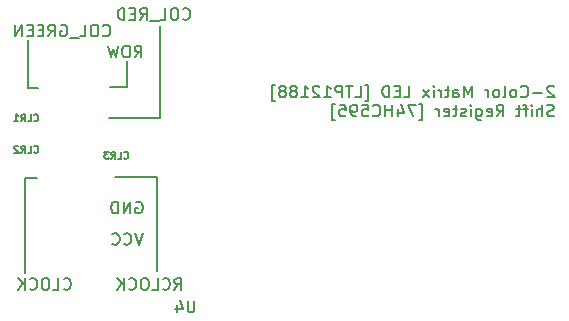
<source format=gbr>
%TF.GenerationSoftware,KiCad,Pcbnew,(6.0.9)*%
%TF.CreationDate,2023-03-11T18:38:12+09:00*%
%TF.ProjectId,Pmod_Matrix2,506d6f64-5f4d-4617-9472-6978322e6b69,rev?*%
%TF.SameCoordinates,Original*%
%TF.FileFunction,Legend,Bot*%
%TF.FilePolarity,Positive*%
%FSLAX46Y46*%
G04 Gerber Fmt 4.6, Leading zero omitted, Abs format (unit mm)*
G04 Created by KiCad (PCBNEW (6.0.9)) date 2023-03-11 18:38:12*
%MOMM*%
%LPD*%
G01*
G04 APERTURE LIST*
%ADD10C,0.150000*%
G04 APERTURE END LIST*
D10*
X146778023Y-93230619D02*
X146730404Y-93183000D01*
X146635166Y-93135380D01*
X146397071Y-93135380D01*
X146301833Y-93183000D01*
X146254214Y-93230619D01*
X146206595Y-93325857D01*
X146206595Y-93421095D01*
X146254214Y-93563952D01*
X146825642Y-94135380D01*
X146206595Y-94135380D01*
X145778023Y-93754428D02*
X145016119Y-93754428D01*
X143968500Y-94040142D02*
X144016119Y-94087761D01*
X144158976Y-94135380D01*
X144254214Y-94135380D01*
X144397071Y-94087761D01*
X144492309Y-93992523D01*
X144539928Y-93897285D01*
X144587547Y-93706809D01*
X144587547Y-93563952D01*
X144539928Y-93373476D01*
X144492309Y-93278238D01*
X144397071Y-93183000D01*
X144254214Y-93135380D01*
X144158976Y-93135380D01*
X144016119Y-93183000D01*
X143968500Y-93230619D01*
X143397071Y-94135380D02*
X143492309Y-94087761D01*
X143539928Y-94040142D01*
X143587547Y-93944904D01*
X143587547Y-93659190D01*
X143539928Y-93563952D01*
X143492309Y-93516333D01*
X143397071Y-93468714D01*
X143254214Y-93468714D01*
X143158976Y-93516333D01*
X143111357Y-93563952D01*
X143063738Y-93659190D01*
X143063738Y-93944904D01*
X143111357Y-94040142D01*
X143158976Y-94087761D01*
X143254214Y-94135380D01*
X143397071Y-94135380D01*
X142492309Y-94135380D02*
X142587547Y-94087761D01*
X142635166Y-93992523D01*
X142635166Y-93135380D01*
X141968500Y-94135380D02*
X142063738Y-94087761D01*
X142111357Y-94040142D01*
X142158976Y-93944904D01*
X142158976Y-93659190D01*
X142111357Y-93563952D01*
X142063738Y-93516333D01*
X141968500Y-93468714D01*
X141825642Y-93468714D01*
X141730404Y-93516333D01*
X141682785Y-93563952D01*
X141635166Y-93659190D01*
X141635166Y-93944904D01*
X141682785Y-94040142D01*
X141730404Y-94087761D01*
X141825642Y-94135380D01*
X141968500Y-94135380D01*
X141206595Y-94135380D02*
X141206595Y-93468714D01*
X141206595Y-93659190D02*
X141158976Y-93563952D01*
X141111357Y-93516333D01*
X141016119Y-93468714D01*
X140920880Y-93468714D01*
X139825642Y-94135380D02*
X139825642Y-93135380D01*
X139492309Y-93849666D01*
X139158976Y-93135380D01*
X139158976Y-94135380D01*
X138254214Y-94135380D02*
X138254214Y-93611571D01*
X138301833Y-93516333D01*
X138397071Y-93468714D01*
X138587547Y-93468714D01*
X138682785Y-93516333D01*
X138254214Y-94087761D02*
X138349452Y-94135380D01*
X138587547Y-94135380D01*
X138682785Y-94087761D01*
X138730404Y-93992523D01*
X138730404Y-93897285D01*
X138682785Y-93802047D01*
X138587547Y-93754428D01*
X138349452Y-93754428D01*
X138254214Y-93706809D01*
X137920880Y-93468714D02*
X137539928Y-93468714D01*
X137778023Y-93135380D02*
X137778023Y-93992523D01*
X137730404Y-94087761D01*
X137635166Y-94135380D01*
X137539928Y-94135380D01*
X137206595Y-94135380D02*
X137206595Y-93468714D01*
X137206595Y-93659190D02*
X137158976Y-93563952D01*
X137111357Y-93516333D01*
X137016119Y-93468714D01*
X136920880Y-93468714D01*
X136587547Y-94135380D02*
X136587547Y-93468714D01*
X136587547Y-93135380D02*
X136635166Y-93183000D01*
X136587547Y-93230619D01*
X136539928Y-93183000D01*
X136587547Y-93135380D01*
X136587547Y-93230619D01*
X136206595Y-94135380D02*
X135682785Y-93468714D01*
X136206595Y-93468714D02*
X135682785Y-94135380D01*
X134063738Y-94135380D02*
X134539928Y-94135380D01*
X134539928Y-93135380D01*
X133730404Y-93611571D02*
X133397071Y-93611571D01*
X133254214Y-94135380D02*
X133730404Y-94135380D01*
X133730404Y-93135380D01*
X133254214Y-93135380D01*
X132825642Y-94135380D02*
X132825642Y-93135380D01*
X132587547Y-93135380D01*
X132444690Y-93183000D01*
X132349452Y-93278238D01*
X132301833Y-93373476D01*
X132254214Y-93563952D01*
X132254214Y-93706809D01*
X132301833Y-93897285D01*
X132349452Y-93992523D01*
X132444690Y-94087761D01*
X132587547Y-94135380D01*
X132825642Y-94135380D01*
X130778023Y-94468714D02*
X131016119Y-94468714D01*
X131016119Y-93040142D01*
X130778023Y-93040142D01*
X129920880Y-94135380D02*
X130397071Y-94135380D01*
X130397071Y-93135380D01*
X129730404Y-93135380D02*
X129158976Y-93135380D01*
X129444690Y-94135380D02*
X129444690Y-93135380D01*
X128825642Y-94135380D02*
X128825642Y-93135380D01*
X128444690Y-93135380D01*
X128349452Y-93183000D01*
X128301833Y-93230619D01*
X128254214Y-93325857D01*
X128254214Y-93468714D01*
X128301833Y-93563952D01*
X128349452Y-93611571D01*
X128444690Y-93659190D01*
X128825642Y-93659190D01*
X127301833Y-94135380D02*
X127873261Y-94135380D01*
X127587547Y-94135380D02*
X127587547Y-93135380D01*
X127682785Y-93278238D01*
X127778023Y-93373476D01*
X127873261Y-93421095D01*
X126920880Y-93230619D02*
X126873261Y-93183000D01*
X126778023Y-93135380D01*
X126539928Y-93135380D01*
X126444690Y-93183000D01*
X126397071Y-93230619D01*
X126349452Y-93325857D01*
X126349452Y-93421095D01*
X126397071Y-93563952D01*
X126968500Y-94135380D01*
X126349452Y-94135380D01*
X125397071Y-94135380D02*
X125968500Y-94135380D01*
X125682785Y-94135380D02*
X125682785Y-93135380D01*
X125778023Y-93278238D01*
X125873261Y-93373476D01*
X125968500Y-93421095D01*
X124825642Y-93563952D02*
X124920880Y-93516333D01*
X124968500Y-93468714D01*
X125016119Y-93373476D01*
X125016119Y-93325857D01*
X124968500Y-93230619D01*
X124920880Y-93183000D01*
X124825642Y-93135380D01*
X124635166Y-93135380D01*
X124539928Y-93183000D01*
X124492309Y-93230619D01*
X124444690Y-93325857D01*
X124444690Y-93373476D01*
X124492309Y-93468714D01*
X124539928Y-93516333D01*
X124635166Y-93563952D01*
X124825642Y-93563952D01*
X124920880Y-93611571D01*
X124968500Y-93659190D01*
X125016119Y-93754428D01*
X125016119Y-93944904D01*
X124968500Y-94040142D01*
X124920880Y-94087761D01*
X124825642Y-94135380D01*
X124635166Y-94135380D01*
X124539928Y-94087761D01*
X124492309Y-94040142D01*
X124444690Y-93944904D01*
X124444690Y-93754428D01*
X124492309Y-93659190D01*
X124539928Y-93611571D01*
X124635166Y-93563952D01*
X123873261Y-93563952D02*
X123968500Y-93516333D01*
X124016119Y-93468714D01*
X124063738Y-93373476D01*
X124063738Y-93325857D01*
X124016119Y-93230619D01*
X123968500Y-93183000D01*
X123873261Y-93135380D01*
X123682785Y-93135380D01*
X123587547Y-93183000D01*
X123539928Y-93230619D01*
X123492309Y-93325857D01*
X123492309Y-93373476D01*
X123539928Y-93468714D01*
X123587547Y-93516333D01*
X123682785Y-93563952D01*
X123873261Y-93563952D01*
X123968500Y-93611571D01*
X124016119Y-93659190D01*
X124063738Y-93754428D01*
X124063738Y-93944904D01*
X124016119Y-94040142D01*
X123968500Y-94087761D01*
X123873261Y-94135380D01*
X123682785Y-94135380D01*
X123587547Y-94087761D01*
X123539928Y-94040142D01*
X123492309Y-93944904D01*
X123492309Y-93754428D01*
X123539928Y-93659190D01*
X123587547Y-93611571D01*
X123682785Y-93563952D01*
X123158976Y-94468714D02*
X122920880Y-94468714D01*
X122920880Y-93040142D01*
X123158976Y-93040142D01*
X146778023Y-95697761D02*
X146635166Y-95745380D01*
X146397071Y-95745380D01*
X146301833Y-95697761D01*
X146254214Y-95650142D01*
X146206595Y-95554904D01*
X146206595Y-95459666D01*
X146254214Y-95364428D01*
X146301833Y-95316809D01*
X146397071Y-95269190D01*
X146587547Y-95221571D01*
X146682785Y-95173952D01*
X146730404Y-95126333D01*
X146778023Y-95031095D01*
X146778023Y-94935857D01*
X146730404Y-94840619D01*
X146682785Y-94793000D01*
X146587547Y-94745380D01*
X146349452Y-94745380D01*
X146206595Y-94793000D01*
X145778023Y-95745380D02*
X145778023Y-94745380D01*
X145349452Y-95745380D02*
X145349452Y-95221571D01*
X145397071Y-95126333D01*
X145492309Y-95078714D01*
X145635166Y-95078714D01*
X145730404Y-95126333D01*
X145778023Y-95173952D01*
X144873261Y-95745380D02*
X144873261Y-95078714D01*
X144873261Y-94745380D02*
X144920880Y-94793000D01*
X144873261Y-94840619D01*
X144825642Y-94793000D01*
X144873261Y-94745380D01*
X144873261Y-94840619D01*
X144539928Y-95078714D02*
X144158976Y-95078714D01*
X144397071Y-95745380D02*
X144397071Y-94888238D01*
X144349452Y-94793000D01*
X144254214Y-94745380D01*
X144158976Y-94745380D01*
X143968500Y-95078714D02*
X143587547Y-95078714D01*
X143825642Y-94745380D02*
X143825642Y-95602523D01*
X143778023Y-95697761D01*
X143682785Y-95745380D01*
X143587547Y-95745380D01*
X141920880Y-95745380D02*
X142254214Y-95269190D01*
X142492309Y-95745380D02*
X142492309Y-94745380D01*
X142111357Y-94745380D01*
X142016119Y-94793000D01*
X141968500Y-94840619D01*
X141920880Y-94935857D01*
X141920880Y-95078714D01*
X141968500Y-95173952D01*
X142016119Y-95221571D01*
X142111357Y-95269190D01*
X142492309Y-95269190D01*
X141111357Y-95697761D02*
X141206595Y-95745380D01*
X141397071Y-95745380D01*
X141492309Y-95697761D01*
X141539928Y-95602523D01*
X141539928Y-95221571D01*
X141492309Y-95126333D01*
X141397071Y-95078714D01*
X141206595Y-95078714D01*
X141111357Y-95126333D01*
X141063738Y-95221571D01*
X141063738Y-95316809D01*
X141539928Y-95412047D01*
X140206595Y-95078714D02*
X140206595Y-95888238D01*
X140254214Y-95983476D01*
X140301833Y-96031095D01*
X140397071Y-96078714D01*
X140539928Y-96078714D01*
X140635166Y-96031095D01*
X140206595Y-95697761D02*
X140301833Y-95745380D01*
X140492309Y-95745380D01*
X140587547Y-95697761D01*
X140635166Y-95650142D01*
X140682785Y-95554904D01*
X140682785Y-95269190D01*
X140635166Y-95173952D01*
X140587547Y-95126333D01*
X140492309Y-95078714D01*
X140301833Y-95078714D01*
X140206595Y-95126333D01*
X139730404Y-95745380D02*
X139730404Y-95078714D01*
X139730404Y-94745380D02*
X139778023Y-94793000D01*
X139730404Y-94840619D01*
X139682785Y-94793000D01*
X139730404Y-94745380D01*
X139730404Y-94840619D01*
X139301833Y-95697761D02*
X139206595Y-95745380D01*
X139016119Y-95745380D01*
X138920880Y-95697761D01*
X138873261Y-95602523D01*
X138873261Y-95554904D01*
X138920880Y-95459666D01*
X139016119Y-95412047D01*
X139158976Y-95412047D01*
X139254214Y-95364428D01*
X139301833Y-95269190D01*
X139301833Y-95221571D01*
X139254214Y-95126333D01*
X139158976Y-95078714D01*
X139016119Y-95078714D01*
X138920880Y-95126333D01*
X138587547Y-95078714D02*
X138206595Y-95078714D01*
X138444690Y-94745380D02*
X138444690Y-95602523D01*
X138397071Y-95697761D01*
X138301833Y-95745380D01*
X138206595Y-95745380D01*
X137492309Y-95697761D02*
X137587547Y-95745380D01*
X137778023Y-95745380D01*
X137873261Y-95697761D01*
X137920880Y-95602523D01*
X137920880Y-95221571D01*
X137873261Y-95126333D01*
X137778023Y-95078714D01*
X137587547Y-95078714D01*
X137492309Y-95126333D01*
X137444690Y-95221571D01*
X137444690Y-95316809D01*
X137920880Y-95412047D01*
X137016119Y-95745380D02*
X137016119Y-95078714D01*
X137016119Y-95269190D02*
X136968500Y-95173952D01*
X136920880Y-95126333D01*
X136825642Y-95078714D01*
X136730404Y-95078714D01*
X135349452Y-96078714D02*
X135587547Y-96078714D01*
X135587547Y-94650142D01*
X135349452Y-94650142D01*
X135063738Y-94745380D02*
X134397071Y-94745380D01*
X134825642Y-95745380D01*
X133587547Y-95078714D02*
X133587547Y-95745380D01*
X133825642Y-94697761D02*
X134063738Y-95412047D01*
X133444690Y-95412047D01*
X133063738Y-95745380D02*
X133063738Y-94745380D01*
X133063738Y-95221571D02*
X132492309Y-95221571D01*
X132492309Y-95745380D02*
X132492309Y-94745380D01*
X131444690Y-95650142D02*
X131492309Y-95697761D01*
X131635166Y-95745380D01*
X131730404Y-95745380D01*
X131873261Y-95697761D01*
X131968500Y-95602523D01*
X132016119Y-95507285D01*
X132063738Y-95316809D01*
X132063738Y-95173952D01*
X132016119Y-94983476D01*
X131968500Y-94888238D01*
X131873261Y-94793000D01*
X131730404Y-94745380D01*
X131635166Y-94745380D01*
X131492309Y-94793000D01*
X131444690Y-94840619D01*
X130539928Y-94745380D02*
X131016119Y-94745380D01*
X131063738Y-95221571D01*
X131016119Y-95173952D01*
X130920880Y-95126333D01*
X130682785Y-95126333D01*
X130587547Y-95173952D01*
X130539928Y-95221571D01*
X130492309Y-95316809D01*
X130492309Y-95554904D01*
X130539928Y-95650142D01*
X130587547Y-95697761D01*
X130682785Y-95745380D01*
X130920880Y-95745380D01*
X131016119Y-95697761D01*
X131063738Y-95650142D01*
X130016119Y-95745380D02*
X129825642Y-95745380D01*
X129730404Y-95697761D01*
X129682785Y-95650142D01*
X129587547Y-95507285D01*
X129539928Y-95316809D01*
X129539928Y-94935857D01*
X129587547Y-94840619D01*
X129635166Y-94793000D01*
X129730404Y-94745380D01*
X129920880Y-94745380D01*
X130016119Y-94793000D01*
X130063738Y-94840619D01*
X130111357Y-94935857D01*
X130111357Y-95173952D01*
X130063738Y-95269190D01*
X130016119Y-95316809D01*
X129920880Y-95364428D01*
X129730404Y-95364428D01*
X129635166Y-95316809D01*
X129587547Y-95269190D01*
X129539928Y-95173952D01*
X128635166Y-94745380D02*
X129111357Y-94745380D01*
X129158976Y-95221571D01*
X129111357Y-95173952D01*
X129016119Y-95126333D01*
X128778023Y-95126333D01*
X128682785Y-95173952D01*
X128635166Y-95221571D01*
X128587547Y-95316809D01*
X128587547Y-95554904D01*
X128635166Y-95650142D01*
X128682785Y-95697761D01*
X128778023Y-95745380D01*
X129016119Y-95745380D01*
X129111357Y-95697761D01*
X129158976Y-95650142D01*
X128254214Y-96078714D02*
X128016119Y-96078714D01*
X128016119Y-94650142D01*
X128254214Y-94650142D01*
X113157000Y-100838000D02*
X113157000Y-108839000D01*
X109601000Y-100838000D02*
X113157000Y-100838000D01*
X101981000Y-100965000D02*
X102997000Y-100965000D01*
X101981000Y-108966000D02*
X101981000Y-100965000D01*
X114641047Y-110434380D02*
X114974380Y-109958190D01*
X115212476Y-110434380D02*
X115212476Y-109434380D01*
X114831523Y-109434380D01*
X114736285Y-109482000D01*
X114688666Y-109529619D01*
X114641047Y-109624857D01*
X114641047Y-109767714D01*
X114688666Y-109862952D01*
X114736285Y-109910571D01*
X114831523Y-109958190D01*
X115212476Y-109958190D01*
X113641047Y-110339142D02*
X113688666Y-110386761D01*
X113831523Y-110434380D01*
X113926761Y-110434380D01*
X114069619Y-110386761D01*
X114164857Y-110291523D01*
X114212476Y-110196285D01*
X114260095Y-110005809D01*
X114260095Y-109862952D01*
X114212476Y-109672476D01*
X114164857Y-109577238D01*
X114069619Y-109482000D01*
X113926761Y-109434380D01*
X113831523Y-109434380D01*
X113688666Y-109482000D01*
X113641047Y-109529619D01*
X112736285Y-110434380D02*
X113212476Y-110434380D01*
X113212476Y-109434380D01*
X112212476Y-109434380D02*
X112022000Y-109434380D01*
X111926761Y-109482000D01*
X111831523Y-109577238D01*
X111783904Y-109767714D01*
X111783904Y-110101047D01*
X111831523Y-110291523D01*
X111926761Y-110386761D01*
X112022000Y-110434380D01*
X112212476Y-110434380D01*
X112307714Y-110386761D01*
X112402952Y-110291523D01*
X112450571Y-110101047D01*
X112450571Y-109767714D01*
X112402952Y-109577238D01*
X112307714Y-109482000D01*
X112212476Y-109434380D01*
X110783904Y-110339142D02*
X110831523Y-110386761D01*
X110974380Y-110434380D01*
X111069619Y-110434380D01*
X111212476Y-110386761D01*
X111307714Y-110291523D01*
X111355333Y-110196285D01*
X111402952Y-110005809D01*
X111402952Y-109862952D01*
X111355333Y-109672476D01*
X111307714Y-109577238D01*
X111212476Y-109482000D01*
X111069619Y-109434380D01*
X110974380Y-109434380D01*
X110831523Y-109482000D01*
X110783904Y-109529619D01*
X110355333Y-110434380D02*
X110355333Y-109434380D01*
X109783904Y-110434380D02*
X110212476Y-109862952D01*
X109783904Y-109434380D02*
X110355333Y-110005809D01*
X105251047Y-110339142D02*
X105298666Y-110386761D01*
X105441523Y-110434380D01*
X105536761Y-110434380D01*
X105679619Y-110386761D01*
X105774857Y-110291523D01*
X105822476Y-110196285D01*
X105870095Y-110005809D01*
X105870095Y-109862952D01*
X105822476Y-109672476D01*
X105774857Y-109577238D01*
X105679619Y-109482000D01*
X105536761Y-109434380D01*
X105441523Y-109434380D01*
X105298666Y-109482000D01*
X105251047Y-109529619D01*
X104346285Y-110434380D02*
X104822476Y-110434380D01*
X104822476Y-109434380D01*
X103822476Y-109434380D02*
X103632000Y-109434380D01*
X103536761Y-109482000D01*
X103441523Y-109577238D01*
X103393904Y-109767714D01*
X103393904Y-110101047D01*
X103441523Y-110291523D01*
X103536761Y-110386761D01*
X103632000Y-110434380D01*
X103822476Y-110434380D01*
X103917714Y-110386761D01*
X104012952Y-110291523D01*
X104060571Y-110101047D01*
X104060571Y-109767714D01*
X104012952Y-109577238D01*
X103917714Y-109482000D01*
X103822476Y-109434380D01*
X102393904Y-110339142D02*
X102441523Y-110386761D01*
X102584380Y-110434380D01*
X102679619Y-110434380D01*
X102822476Y-110386761D01*
X102917714Y-110291523D01*
X102965333Y-110196285D01*
X103012952Y-110005809D01*
X103012952Y-109862952D01*
X102965333Y-109672476D01*
X102917714Y-109577238D01*
X102822476Y-109482000D01*
X102679619Y-109434380D01*
X102584380Y-109434380D01*
X102441523Y-109482000D01*
X102393904Y-109529619D01*
X101965333Y-110434380D02*
X101965333Y-109434380D01*
X101393904Y-110434380D02*
X101822476Y-109862952D01*
X101393904Y-109434380D02*
X101965333Y-110005809D01*
X110370857Y-99274285D02*
X110399428Y-99302857D01*
X110485142Y-99331428D01*
X110542285Y-99331428D01*
X110628000Y-99302857D01*
X110685142Y-99245714D01*
X110713714Y-99188571D01*
X110742285Y-99074285D01*
X110742285Y-98988571D01*
X110713714Y-98874285D01*
X110685142Y-98817142D01*
X110628000Y-98760000D01*
X110542285Y-98731428D01*
X110485142Y-98731428D01*
X110399428Y-98760000D01*
X110370857Y-98788571D01*
X109828000Y-99331428D02*
X110113714Y-99331428D01*
X110113714Y-98731428D01*
X109285142Y-99331428D02*
X109485142Y-99045714D01*
X109628000Y-99331428D02*
X109628000Y-98731428D01*
X109399428Y-98731428D01*
X109342285Y-98760000D01*
X109313714Y-98788571D01*
X109285142Y-98845714D01*
X109285142Y-98931428D01*
X109313714Y-98988571D01*
X109342285Y-99017142D01*
X109399428Y-99045714D01*
X109628000Y-99045714D01*
X109085142Y-98731428D02*
X108713714Y-98731428D01*
X108913714Y-98960000D01*
X108828000Y-98960000D01*
X108770857Y-98988571D01*
X108742285Y-99017142D01*
X108713714Y-99074285D01*
X108713714Y-99217142D01*
X108742285Y-99274285D01*
X108770857Y-99302857D01*
X108828000Y-99331428D01*
X108999428Y-99331428D01*
X109056571Y-99302857D01*
X109085142Y-99274285D01*
X102750857Y-98766285D02*
X102779428Y-98794857D01*
X102865142Y-98823428D01*
X102922285Y-98823428D01*
X103008000Y-98794857D01*
X103065142Y-98737714D01*
X103093714Y-98680571D01*
X103122285Y-98566285D01*
X103122285Y-98480571D01*
X103093714Y-98366285D01*
X103065142Y-98309142D01*
X103008000Y-98252000D01*
X102922285Y-98223428D01*
X102865142Y-98223428D01*
X102779428Y-98252000D01*
X102750857Y-98280571D01*
X102208000Y-98823428D02*
X102493714Y-98823428D01*
X102493714Y-98223428D01*
X101665142Y-98823428D02*
X101865142Y-98537714D01*
X102008000Y-98823428D02*
X102008000Y-98223428D01*
X101779428Y-98223428D01*
X101722285Y-98252000D01*
X101693714Y-98280571D01*
X101665142Y-98337714D01*
X101665142Y-98423428D01*
X101693714Y-98480571D01*
X101722285Y-98509142D01*
X101779428Y-98537714D01*
X102008000Y-98537714D01*
X101436571Y-98280571D02*
X101408000Y-98252000D01*
X101350857Y-98223428D01*
X101208000Y-98223428D01*
X101150857Y-98252000D01*
X101122285Y-98280571D01*
X101093714Y-98337714D01*
X101093714Y-98394857D01*
X101122285Y-98480571D01*
X101465142Y-98823428D01*
X101093714Y-98823428D01*
X102750857Y-96099285D02*
X102779428Y-96127857D01*
X102865142Y-96156428D01*
X102922285Y-96156428D01*
X103008000Y-96127857D01*
X103065142Y-96070714D01*
X103093714Y-96013571D01*
X103122285Y-95899285D01*
X103122285Y-95813571D01*
X103093714Y-95699285D01*
X103065142Y-95642142D01*
X103008000Y-95585000D01*
X102922285Y-95556428D01*
X102865142Y-95556428D01*
X102779428Y-95585000D01*
X102750857Y-95613571D01*
X102208000Y-96156428D02*
X102493714Y-96156428D01*
X102493714Y-95556428D01*
X101665142Y-96156428D02*
X101865142Y-95870714D01*
X102008000Y-96156428D02*
X102008000Y-95556428D01*
X101779428Y-95556428D01*
X101722285Y-95585000D01*
X101693714Y-95613571D01*
X101665142Y-95670714D01*
X101665142Y-95756428D01*
X101693714Y-95813571D01*
X101722285Y-95842142D01*
X101779428Y-95870714D01*
X102008000Y-95870714D01*
X101093714Y-96156428D02*
X101436571Y-96156428D01*
X101265142Y-96156428D02*
X101265142Y-95556428D01*
X101322285Y-95642142D01*
X101379428Y-95699285D01*
X101436571Y-95727857D01*
X102235000Y-93345000D02*
X103124000Y-93345000D01*
X102235000Y-89281000D02*
X102235000Y-93345000D01*
X108584571Y-88876142D02*
X108632190Y-88923761D01*
X108775047Y-88971380D01*
X108870285Y-88971380D01*
X109013142Y-88923761D01*
X109108380Y-88828523D01*
X109156000Y-88733285D01*
X109203619Y-88542809D01*
X109203619Y-88399952D01*
X109156000Y-88209476D01*
X109108380Y-88114238D01*
X109013142Y-88019000D01*
X108870285Y-87971380D01*
X108775047Y-87971380D01*
X108632190Y-88019000D01*
X108584571Y-88066619D01*
X107965523Y-87971380D02*
X107775047Y-87971380D01*
X107679809Y-88019000D01*
X107584571Y-88114238D01*
X107536952Y-88304714D01*
X107536952Y-88638047D01*
X107584571Y-88828523D01*
X107679809Y-88923761D01*
X107775047Y-88971380D01*
X107965523Y-88971380D01*
X108060761Y-88923761D01*
X108156000Y-88828523D01*
X108203619Y-88638047D01*
X108203619Y-88304714D01*
X108156000Y-88114238D01*
X108060761Y-88019000D01*
X107965523Y-87971380D01*
X106632190Y-88971380D02*
X107108380Y-88971380D01*
X107108380Y-87971380D01*
X106536952Y-89066619D02*
X105775047Y-89066619D01*
X105013142Y-88019000D02*
X105108380Y-87971380D01*
X105251238Y-87971380D01*
X105394095Y-88019000D01*
X105489333Y-88114238D01*
X105536952Y-88209476D01*
X105584571Y-88399952D01*
X105584571Y-88542809D01*
X105536952Y-88733285D01*
X105489333Y-88828523D01*
X105394095Y-88923761D01*
X105251238Y-88971380D01*
X105156000Y-88971380D01*
X105013142Y-88923761D01*
X104965523Y-88876142D01*
X104965523Y-88542809D01*
X105156000Y-88542809D01*
X103965523Y-88971380D02*
X104298857Y-88495190D01*
X104536952Y-88971380D02*
X104536952Y-87971380D01*
X104156000Y-87971380D01*
X104060761Y-88019000D01*
X104013142Y-88066619D01*
X103965523Y-88161857D01*
X103965523Y-88304714D01*
X104013142Y-88399952D01*
X104060761Y-88447571D01*
X104156000Y-88495190D01*
X104536952Y-88495190D01*
X103536952Y-88447571D02*
X103203619Y-88447571D01*
X103060761Y-88971380D02*
X103536952Y-88971380D01*
X103536952Y-87971380D01*
X103060761Y-87971380D01*
X102632190Y-88447571D02*
X102298857Y-88447571D01*
X102156000Y-88971380D02*
X102632190Y-88971380D01*
X102632190Y-87971380D01*
X102156000Y-87971380D01*
X101727428Y-88971380D02*
X101727428Y-87971380D01*
X101156000Y-88971380D01*
X101156000Y-87971380D01*
X110617000Y-93218000D02*
X110617000Y-91059000D01*
X109220000Y-93218000D02*
X110617000Y-93218000D01*
X111275714Y-90749380D02*
X111609047Y-90273190D01*
X111847142Y-90749380D02*
X111847142Y-89749380D01*
X111466190Y-89749380D01*
X111370952Y-89797000D01*
X111323333Y-89844619D01*
X111275714Y-89939857D01*
X111275714Y-90082714D01*
X111323333Y-90177952D01*
X111370952Y-90225571D01*
X111466190Y-90273190D01*
X111847142Y-90273190D01*
X110656666Y-89749380D02*
X110466190Y-89749380D01*
X110370952Y-89797000D01*
X110275714Y-89892238D01*
X110228095Y-90082714D01*
X110228095Y-90416047D01*
X110275714Y-90606523D01*
X110370952Y-90701761D01*
X110466190Y-90749380D01*
X110656666Y-90749380D01*
X110751904Y-90701761D01*
X110847142Y-90606523D01*
X110894761Y-90416047D01*
X110894761Y-90082714D01*
X110847142Y-89892238D01*
X110751904Y-89797000D01*
X110656666Y-89749380D01*
X109894761Y-89749380D02*
X109656666Y-90749380D01*
X109466190Y-90035095D01*
X109275714Y-90749380D01*
X109037619Y-89749380D01*
X113411000Y-95885000D02*
X109093000Y-95885000D01*
X113411000Y-88074500D02*
X113411000Y-95885000D01*
X115355380Y-87479142D02*
X115403000Y-87526761D01*
X115545857Y-87574380D01*
X115641095Y-87574380D01*
X115783952Y-87526761D01*
X115879190Y-87431523D01*
X115926809Y-87336285D01*
X115974428Y-87145809D01*
X115974428Y-87002952D01*
X115926809Y-86812476D01*
X115879190Y-86717238D01*
X115783952Y-86622000D01*
X115641095Y-86574380D01*
X115545857Y-86574380D01*
X115403000Y-86622000D01*
X115355380Y-86669619D01*
X114736333Y-86574380D02*
X114545857Y-86574380D01*
X114450619Y-86622000D01*
X114355380Y-86717238D01*
X114307761Y-86907714D01*
X114307761Y-87241047D01*
X114355380Y-87431523D01*
X114450619Y-87526761D01*
X114545857Y-87574380D01*
X114736333Y-87574380D01*
X114831571Y-87526761D01*
X114926809Y-87431523D01*
X114974428Y-87241047D01*
X114974428Y-86907714D01*
X114926809Y-86717238D01*
X114831571Y-86622000D01*
X114736333Y-86574380D01*
X113403000Y-87574380D02*
X113879190Y-87574380D01*
X113879190Y-86574380D01*
X113307761Y-87669619D02*
X112545857Y-87669619D01*
X111736333Y-87574380D02*
X112069666Y-87098190D01*
X112307761Y-87574380D02*
X112307761Y-86574380D01*
X111926809Y-86574380D01*
X111831571Y-86622000D01*
X111783952Y-86669619D01*
X111736333Y-86764857D01*
X111736333Y-86907714D01*
X111783952Y-87002952D01*
X111831571Y-87050571D01*
X111926809Y-87098190D01*
X112307761Y-87098190D01*
X111307761Y-87050571D02*
X110974428Y-87050571D01*
X110831571Y-87574380D02*
X111307761Y-87574380D01*
X111307761Y-86574380D01*
X110831571Y-86574380D01*
X110403000Y-87574380D02*
X110403000Y-86574380D01*
X110164904Y-86574380D01*
X110022047Y-86622000D01*
X109926809Y-86717238D01*
X109879190Y-86812476D01*
X109831571Y-87002952D01*
X109831571Y-87145809D01*
X109879190Y-87336285D01*
X109926809Y-87431523D01*
X110022047Y-87526761D01*
X110164904Y-87574380D01*
X110403000Y-87574380D01*
X111378904Y-103005000D02*
X111474142Y-102957380D01*
X111617000Y-102957380D01*
X111759857Y-103005000D01*
X111855095Y-103100238D01*
X111902714Y-103195476D01*
X111950333Y-103385952D01*
X111950333Y-103528809D01*
X111902714Y-103719285D01*
X111855095Y-103814523D01*
X111759857Y-103909761D01*
X111617000Y-103957380D01*
X111521761Y-103957380D01*
X111378904Y-103909761D01*
X111331285Y-103862142D01*
X111331285Y-103528809D01*
X111521761Y-103528809D01*
X110902714Y-103957380D02*
X110902714Y-102957380D01*
X110331285Y-103957380D01*
X110331285Y-102957380D01*
X109855095Y-103957380D02*
X109855095Y-102957380D01*
X109617000Y-102957380D01*
X109474142Y-103005000D01*
X109378904Y-103100238D01*
X109331285Y-103195476D01*
X109283666Y-103385952D01*
X109283666Y-103528809D01*
X109331285Y-103719285D01*
X109378904Y-103814523D01*
X109474142Y-103909761D01*
X109617000Y-103957380D01*
X109855095Y-103957380D01*
X111950333Y-105624380D02*
X111617000Y-106624380D01*
X111283666Y-105624380D01*
X110378904Y-106529142D02*
X110426523Y-106576761D01*
X110569380Y-106624380D01*
X110664619Y-106624380D01*
X110807476Y-106576761D01*
X110902714Y-106481523D01*
X110950333Y-106386285D01*
X110997952Y-106195809D01*
X110997952Y-106052952D01*
X110950333Y-105862476D01*
X110902714Y-105767238D01*
X110807476Y-105672000D01*
X110664619Y-105624380D01*
X110569380Y-105624380D01*
X110426523Y-105672000D01*
X110378904Y-105719619D01*
X109378904Y-106529142D02*
X109426523Y-106576761D01*
X109569380Y-106624380D01*
X109664619Y-106624380D01*
X109807476Y-106576761D01*
X109902714Y-106481523D01*
X109950333Y-106386285D01*
X109997952Y-106195809D01*
X109997952Y-106052952D01*
X109950333Y-105862476D01*
X109902714Y-105767238D01*
X109807476Y-105672000D01*
X109664619Y-105624380D01*
X109569380Y-105624380D01*
X109426523Y-105672000D01*
X109378904Y-105719619D01*
%TO.C,U4*%
X116331904Y-111339380D02*
X116331904Y-112148904D01*
X116284285Y-112244142D01*
X116236666Y-112291761D01*
X116141428Y-112339380D01*
X115950952Y-112339380D01*
X115855714Y-112291761D01*
X115808095Y-112244142D01*
X115760476Y-112148904D01*
X115760476Y-111339380D01*
X114855714Y-111672714D02*
X114855714Y-112339380D01*
X115093809Y-111291761D02*
X115331904Y-112006047D01*
X114712857Y-112006047D01*
%TD*%
M02*

</source>
